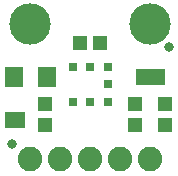
<source format=gbr>
G04 EAGLE Gerber RS-274X export*
G75*
%MOMM*%
%FSLAX34Y34*%
%LPD*%
%INSoldermask Top*%
%IPPOS*%
%AMOC8*
5,1,8,0,0,1.08239X$1,22.5*%
G01*
%ADD10R,0.803200X0.703200*%
%ADD11R,0.703200X0.803200*%
%ADD12R,0.838200X1.473200*%
%ADD13R,1.203200X1.303200*%
%ADD14R,1.303200X1.203200*%
%ADD15R,1.603200X1.803200*%
%ADD16C,2.082800*%
%ADD17C,3.505200*%
%ADD18C,0.838200*%


D10*
X91200Y90700D03*
X76200Y90700D03*
X61200Y90700D03*
X61200Y61700D03*
X76200Y61700D03*
X91200Y61700D03*
D11*
X91200Y76200D03*
D12*
X118872Y82550D03*
X127000Y82550D03*
X135128Y82550D03*
D13*
X139700Y42300D03*
X139700Y59300D03*
X114300Y42300D03*
X114300Y59300D03*
D14*
X67700Y111125D03*
X84700Y111125D03*
D13*
X38100Y59300D03*
X38100Y42300D03*
D15*
X11400Y82550D03*
X39400Y82550D03*
D16*
X25400Y12700D03*
X50800Y12700D03*
X76200Y12700D03*
X101600Y12700D03*
X127000Y12700D03*
D12*
X8581Y46038D03*
X16819Y46038D03*
D17*
X127000Y127000D03*
X25400Y127000D03*
D18*
X142875Y107950D03*
X9525Y25400D03*
M02*

</source>
